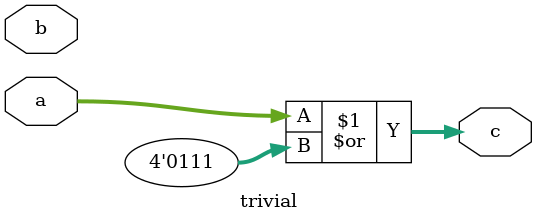
<source format=v>
module trivial(input signed [3:0] a, input signed [3:0] b, output signed [3:0] c);
//assign c = (a | b) & 4'sh3; // 0b0011
assign c = a | 4'sh7; // 0b0111
endmodule


</source>
